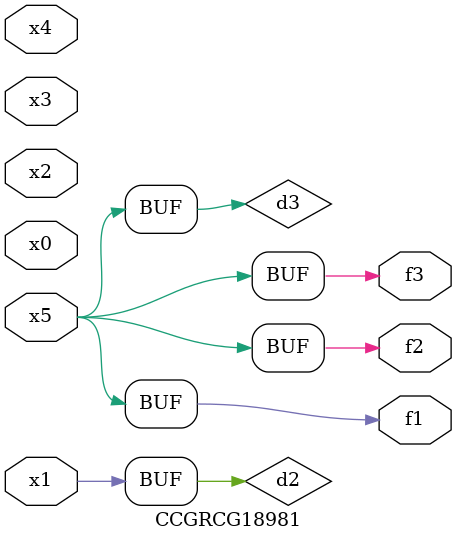
<source format=v>
module CCGRCG18981(
	input x0, x1, x2, x3, x4, x5,
	output f1, f2, f3
);

	wire d1, d2, d3;

	not (d1, x5);
	or (d2, x1);
	xnor (d3, d1);
	assign f1 = d3;
	assign f2 = d3;
	assign f3 = d3;
endmodule

</source>
